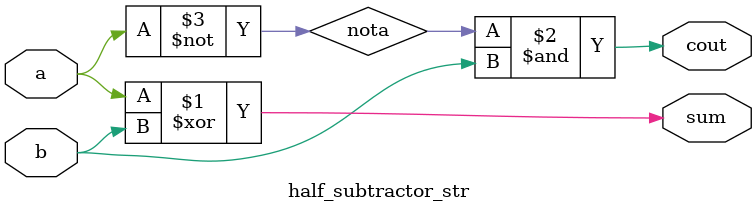
<source format=v>
module half_subtractor_df(
input a,b,
output sum,cout
);

assign sum = a^b;
assign cout = (~a)&b;

endmodule



//===================================================
//HALF SUBTRACTOR- BEHAVIORAL
//================================

module half_subtractor_beh(
input a,b,
output reg sum,cout
);
always@(*) begin
sum = a^b; 
cout = (~a)&b;
end
endmodule


//===================================================
//HALF SUBTRACTOR- STRUCTURAL
//================================

module half_subtractor_str(
input a,b,
output  sum,cout
);
wire nota;
not (nota,a);
xor(sum,a,b);
and(cout,nota,b);
endmodule


</source>
